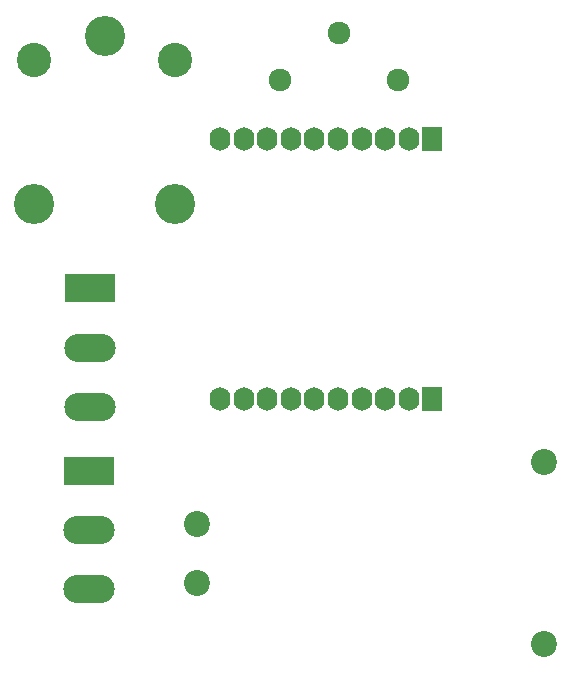
<source format=gbr>
G04 #@! TF.GenerationSoftware,KiCad,Pcbnew,no-vcs-found-7664~57~ubuntu16.10.1*
G04 #@! TF.CreationDate,2017-02-19T10:59:36+01:00*
G04 #@! TF.ProjectId,relayboard,72656C6179626F6172642E6B69636164,rev?*
G04 #@! TF.FileFunction,Soldermask,Top*
G04 #@! TF.FilePolarity,Negative*
%FSLAX46Y46*%
G04 Gerber Fmt 4.6, Leading zero omitted, Abs format (unit mm)*
G04 Created by KiCad (PCBNEW no-vcs-found-7664~57~ubuntu16.10.1) date Sun Feb 19 10:59:36 2017*
%MOMM*%
%LPD*%
G01*
G04 APERTURE LIST*
%ADD10C,0.100000*%
%ADD11C,2.200000*%
%ADD12C,1.924000*%
%ADD13R,4.360000X2.380000*%
%ADD14O,4.360000X2.380000*%
%ADD15O,1.760000X2.000000*%
%ADD16R,1.760000X2.000000*%
%ADD17C,2.900000*%
%ADD18C,3.400000*%
G04 APERTURE END LIST*
D10*
D11*
X113063520Y-101534600D03*
X113063520Y-106534600D03*
X142463520Y-96334600D03*
X142463520Y-111734600D03*
D12*
X130075960Y-64018160D03*
X120075960Y-64018160D03*
X125075960Y-60018160D03*
D13*
X103952040Y-97099120D03*
D14*
X103952040Y-102099120D03*
X103952040Y-107099120D03*
D13*
X104007920Y-81633040D03*
D14*
X104007920Y-86633040D03*
X104007920Y-91633040D03*
D15*
X115021320Y-90984600D03*
X117021320Y-90984600D03*
X119021320Y-90984600D03*
X121021320Y-90984600D03*
X123021320Y-90984600D03*
X125021320Y-90984600D03*
X127021320Y-90984600D03*
X129021320Y-90984600D03*
X131021320Y-90984600D03*
D16*
X133021320Y-90984600D03*
X133021320Y-68984600D03*
D15*
X131021320Y-68984600D03*
X129021320Y-68984600D03*
X127021320Y-68984600D03*
X125021320Y-68984600D03*
X123021320Y-68984600D03*
X121021320Y-68984600D03*
X119021320Y-68984600D03*
X117021320Y-68984600D03*
X115021320Y-68984600D03*
D17*
X99253920Y-62288920D03*
D18*
X99253920Y-74488920D03*
X111253920Y-74488920D03*
D17*
X111253920Y-62288920D03*
D18*
X105253920Y-60288920D03*
M02*

</source>
